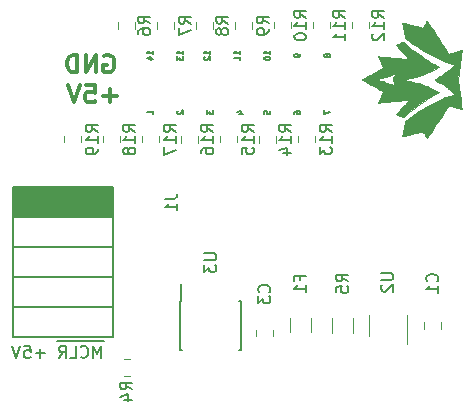
<source format=gbo>
G04 #@! TF.GenerationSoftware,KiCad,Pcbnew,(5.1.9)-1*
G04 #@! TF.CreationDate,2021-04-06T12:11:00-06:00*
G04 #@! TF.ProjectId,fill_sensing,66696c6c-5f73-4656-9e73-696e672e6b69,rev?*
G04 #@! TF.SameCoordinates,Original*
G04 #@! TF.FileFunction,Legend,Bot*
G04 #@! TF.FilePolarity,Positive*
%FSLAX46Y46*%
G04 Gerber Fmt 4.6, Leading zero omitted, Abs format (unit mm)*
G04 Created by KiCad (PCBNEW (5.1.9)-1) date 2021-04-06 12:11:00*
%MOMM*%
%LPD*%
G01*
G04 APERTURE LIST*
%ADD10C,0.127000*%
%ADD11C,0.300000*%
%ADD12C,0.177800*%
%ADD13C,0.120000*%
%ADD14C,0.150000*%
%ADD15C,0.010000*%
G04 APERTURE END LIST*
D10*
X115799809Y-74579238D02*
X115799809Y-74288952D01*
X115799809Y-74434095D02*
X115291809Y-74434095D01*
X115364380Y-74385714D01*
X115412761Y-74337333D01*
X115436952Y-74288952D01*
X115291809Y-74748571D02*
X115291809Y-75063047D01*
X115485333Y-74893714D01*
X115485333Y-74966285D01*
X115509523Y-75014666D01*
X115533714Y-75038857D01*
X115582095Y-75063047D01*
X115703047Y-75063047D01*
X115751428Y-75038857D01*
X115775619Y-75014666D01*
X115799809Y-74966285D01*
X115799809Y-74821142D01*
X115775619Y-74772761D01*
X115751428Y-74748571D01*
X118085809Y-74579238D02*
X118085809Y-74288952D01*
X118085809Y-74434095D02*
X117577809Y-74434095D01*
X117650380Y-74385714D01*
X117698761Y-74337333D01*
X117722952Y-74288952D01*
X117626190Y-74772761D02*
X117602000Y-74796952D01*
X117577809Y-74845333D01*
X117577809Y-74966285D01*
X117602000Y-75014666D01*
X117626190Y-75038857D01*
X117674571Y-75063047D01*
X117722952Y-75063047D01*
X117795523Y-75038857D01*
X118085809Y-74748571D01*
X118085809Y-75063047D01*
X120625809Y-74579238D02*
X120625809Y-74288952D01*
X120625809Y-74434095D02*
X120117809Y-74434095D01*
X120190380Y-74385714D01*
X120238761Y-74337333D01*
X120262952Y-74288952D01*
X120625809Y-75063047D02*
X120625809Y-74772761D01*
X120625809Y-74917904D02*
X120117809Y-74917904D01*
X120190380Y-74869523D01*
X120238761Y-74821142D01*
X120262952Y-74772761D01*
X123165809Y-74579238D02*
X123165809Y-74288952D01*
X123165809Y-74434095D02*
X122657809Y-74434095D01*
X122730380Y-74385714D01*
X122778761Y-74337333D01*
X122802952Y-74288952D01*
X122657809Y-74893714D02*
X122657809Y-74942095D01*
X122682000Y-74990476D01*
X122706190Y-75014666D01*
X122754571Y-75038857D01*
X122851333Y-75063047D01*
X122972285Y-75063047D01*
X123069047Y-75038857D01*
X123117428Y-75014666D01*
X123141619Y-74990476D01*
X123165809Y-74942095D01*
X123165809Y-74893714D01*
X123141619Y-74845333D01*
X123117428Y-74821142D01*
X123069047Y-74796952D01*
X122972285Y-74772761D01*
X122851333Y-74772761D01*
X122754571Y-74796952D01*
X122706190Y-74821142D01*
X122682000Y-74845333D01*
X122657809Y-74893714D01*
X125705809Y-74579238D02*
X125705809Y-74676000D01*
X125681619Y-74724380D01*
X125657428Y-74748571D01*
X125584857Y-74796952D01*
X125488095Y-74821142D01*
X125294571Y-74821142D01*
X125246190Y-74796952D01*
X125222000Y-74772761D01*
X125197809Y-74724380D01*
X125197809Y-74627619D01*
X125222000Y-74579238D01*
X125246190Y-74555047D01*
X125294571Y-74530857D01*
X125415523Y-74530857D01*
X125463904Y-74555047D01*
X125488095Y-74579238D01*
X125512285Y-74627619D01*
X125512285Y-74724380D01*
X125488095Y-74772761D01*
X125463904Y-74796952D01*
X125415523Y-74821142D01*
X127955523Y-74627619D02*
X127931333Y-74579238D01*
X127907142Y-74555047D01*
X127858761Y-74530857D01*
X127834571Y-74530857D01*
X127786190Y-74555047D01*
X127762000Y-74579238D01*
X127737809Y-74627619D01*
X127737809Y-74724380D01*
X127762000Y-74772761D01*
X127786190Y-74796952D01*
X127834571Y-74821142D01*
X127858761Y-74821142D01*
X127907142Y-74796952D01*
X127931333Y-74772761D01*
X127955523Y-74724380D01*
X127955523Y-74627619D01*
X127979714Y-74579238D01*
X128003904Y-74555047D01*
X128052285Y-74530857D01*
X128149047Y-74530857D01*
X128197428Y-74555047D01*
X128221619Y-74579238D01*
X128245809Y-74627619D01*
X128245809Y-74724380D01*
X128221619Y-74772761D01*
X128197428Y-74796952D01*
X128149047Y-74821142D01*
X128052285Y-74821142D01*
X128003904Y-74796952D01*
X127979714Y-74772761D01*
X127955523Y-74724380D01*
X127737809Y-79332666D02*
X127737809Y-79671333D01*
X128245809Y-79453619D01*
X125197809Y-79598761D02*
X125197809Y-79502000D01*
X125222000Y-79453619D01*
X125246190Y-79429428D01*
X125318761Y-79381047D01*
X125415523Y-79356857D01*
X125609047Y-79356857D01*
X125657428Y-79381047D01*
X125681619Y-79405238D01*
X125705809Y-79453619D01*
X125705809Y-79550380D01*
X125681619Y-79598761D01*
X125657428Y-79622952D01*
X125609047Y-79647142D01*
X125488095Y-79647142D01*
X125439714Y-79622952D01*
X125415523Y-79598761D01*
X125391333Y-79550380D01*
X125391333Y-79453619D01*
X125415523Y-79405238D01*
X125439714Y-79381047D01*
X125488095Y-79356857D01*
X122657809Y-79622952D02*
X122657809Y-79381047D01*
X122899714Y-79356857D01*
X122875523Y-79381047D01*
X122851333Y-79429428D01*
X122851333Y-79550380D01*
X122875523Y-79598761D01*
X122899714Y-79622952D01*
X122948095Y-79647142D01*
X123069047Y-79647142D01*
X123117428Y-79622952D01*
X123141619Y-79598761D01*
X123165809Y-79550380D01*
X123165809Y-79429428D01*
X123141619Y-79381047D01*
X123117428Y-79356857D01*
X120541142Y-79598761D02*
X120879809Y-79598761D01*
X120347619Y-79477809D02*
X120710476Y-79356857D01*
X120710476Y-79671333D01*
X117831809Y-79332666D02*
X117831809Y-79647142D01*
X118025333Y-79477809D01*
X118025333Y-79550380D01*
X118049523Y-79598761D01*
X118073714Y-79622952D01*
X118122095Y-79647142D01*
X118243047Y-79647142D01*
X118291428Y-79622952D01*
X118315619Y-79598761D01*
X118339809Y-79550380D01*
X118339809Y-79405238D01*
X118315619Y-79356857D01*
X118291428Y-79332666D01*
X115340190Y-79356857D02*
X115316000Y-79381047D01*
X115291809Y-79429428D01*
X115291809Y-79550380D01*
X115316000Y-79598761D01*
X115340190Y-79622952D01*
X115388571Y-79647142D01*
X115436952Y-79647142D01*
X115509523Y-79622952D01*
X115799809Y-79332666D01*
X115799809Y-79647142D01*
X113259809Y-79647142D02*
X113259809Y-79356857D01*
X113259809Y-79502000D02*
X112751809Y-79502000D01*
X112824380Y-79453619D01*
X112872761Y-79405238D01*
X112896952Y-79356857D01*
X113259809Y-74579238D02*
X113259809Y-74288952D01*
X113259809Y-74434095D02*
X112751809Y-74434095D01*
X112824380Y-74385714D01*
X112872761Y-74337333D01*
X112896952Y-74288952D01*
X112921142Y-75014666D02*
X113259809Y-75014666D01*
X112727619Y-74893714D02*
X113090476Y-74772761D01*
X113090476Y-75087238D01*
D11*
X110132571Y-78085142D02*
X108989714Y-78085142D01*
X109561142Y-78656571D02*
X109561142Y-77513714D01*
X107561142Y-77156571D02*
X108275428Y-77156571D01*
X108346857Y-77870857D01*
X108275428Y-77799428D01*
X108132571Y-77728000D01*
X107775428Y-77728000D01*
X107632571Y-77799428D01*
X107561142Y-77870857D01*
X107489714Y-78013714D01*
X107489714Y-78370857D01*
X107561142Y-78513714D01*
X107632571Y-78585142D01*
X107775428Y-78656571D01*
X108132571Y-78656571D01*
X108275428Y-78585142D01*
X108346857Y-78513714D01*
X107061142Y-77156571D02*
X106561142Y-78656571D01*
X106061142Y-77156571D01*
X109092857Y-74688000D02*
X109235714Y-74616571D01*
X109450000Y-74616571D01*
X109664285Y-74688000D01*
X109807142Y-74830857D01*
X109878571Y-74973714D01*
X109950000Y-75259428D01*
X109950000Y-75473714D01*
X109878571Y-75759428D01*
X109807142Y-75902285D01*
X109664285Y-76045142D01*
X109450000Y-76116571D01*
X109307142Y-76116571D01*
X109092857Y-76045142D01*
X109021428Y-75973714D01*
X109021428Y-75473714D01*
X109307142Y-75473714D01*
X108378571Y-76116571D02*
X108378571Y-74616571D01*
X107521428Y-76116571D01*
X107521428Y-74616571D01*
X106807142Y-76116571D02*
X106807142Y-74616571D01*
X106450000Y-74616571D01*
X106235714Y-74688000D01*
X106092857Y-74830857D01*
X106021428Y-74973714D01*
X105950000Y-75259428D01*
X105950000Y-75473714D01*
X106021428Y-75759428D01*
X106092857Y-75902285D01*
X106235714Y-76045142D01*
X106450000Y-76116571D01*
X106807142Y-76116571D01*
D12*
X109099047Y-98859340D02*
X107937904Y-98859340D01*
X108857142Y-100281619D02*
X108857142Y-99265619D01*
X108518476Y-99991333D01*
X108179809Y-99265619D01*
X108179809Y-100281619D01*
X107937904Y-98859340D02*
X106921904Y-98859340D01*
X107115428Y-100184857D02*
X107163809Y-100233238D01*
X107308952Y-100281619D01*
X107405714Y-100281619D01*
X107550857Y-100233238D01*
X107647619Y-100136476D01*
X107696000Y-100039714D01*
X107744380Y-99846190D01*
X107744380Y-99701047D01*
X107696000Y-99507523D01*
X107647619Y-99410761D01*
X107550857Y-99314000D01*
X107405714Y-99265619D01*
X107308952Y-99265619D01*
X107163809Y-99314000D01*
X107115428Y-99362380D01*
X106921904Y-98859340D02*
X106099428Y-98859340D01*
X106196190Y-100281619D02*
X106680000Y-100281619D01*
X106680000Y-99265619D01*
X106099428Y-98859340D02*
X105083428Y-98859340D01*
X105276952Y-100281619D02*
X105615619Y-99797809D01*
X105857523Y-100281619D02*
X105857523Y-99265619D01*
X105470476Y-99265619D01*
X105373714Y-99314000D01*
X105325333Y-99362380D01*
X105276952Y-99459142D01*
X105276952Y-99604285D01*
X105325333Y-99701047D01*
X105373714Y-99749428D01*
X105470476Y-99797809D01*
X105857523Y-99797809D01*
X104067428Y-99894571D02*
X103293333Y-99894571D01*
X103680380Y-100281619D02*
X103680380Y-99507523D01*
X102325714Y-99265619D02*
X102809523Y-99265619D01*
X102857904Y-99749428D01*
X102809523Y-99701047D01*
X102712761Y-99652666D01*
X102470857Y-99652666D01*
X102374095Y-99701047D01*
X102325714Y-99749428D01*
X102277333Y-99846190D01*
X102277333Y-100088095D01*
X102325714Y-100184857D01*
X102374095Y-100233238D01*
X102470857Y-100281619D01*
X102712761Y-100281619D01*
X102809523Y-100233238D01*
X102857904Y-100184857D01*
X101987047Y-99265619D02*
X101648380Y-100281619D01*
X101309714Y-99265619D01*
D13*
X136196000Y-97797252D02*
X136196000Y-97274748D01*
X137616000Y-97797252D02*
X137616000Y-97274748D01*
X123392000Y-98441252D02*
X123392000Y-97918748D01*
X121972000Y-98441252D02*
X121972000Y-97918748D01*
X110745748Y-100382000D02*
X111268252Y-100382000D01*
X110745748Y-101802000D02*
X111268252Y-101802000D01*
X111708000Y-71883748D02*
X111708000Y-72406252D01*
X110288000Y-71883748D02*
X110288000Y-72406252D01*
X113590000Y-71883748D02*
X113590000Y-72406252D01*
X115010000Y-71883748D02*
X115010000Y-72406252D01*
X118312000Y-71883748D02*
X118312000Y-72406252D01*
X116892000Y-71883748D02*
X116892000Y-72406252D01*
X120194000Y-71874748D02*
X120194000Y-72397252D01*
X121614000Y-71874748D02*
X121614000Y-72397252D01*
X124916000Y-71865748D02*
X124916000Y-72388252D01*
X123496000Y-71865748D02*
X123496000Y-72388252D01*
X126798000Y-71865748D02*
X126798000Y-72388252D01*
X128218000Y-71865748D02*
X128218000Y-72388252D01*
X131520000Y-71865748D02*
X131520000Y-72388252D01*
X130100000Y-71865748D02*
X130100000Y-72388252D01*
X125528000Y-82040252D02*
X125528000Y-81517748D01*
X126948000Y-82040252D02*
X126948000Y-81517748D01*
X123646000Y-82058252D02*
X123646000Y-81535748D01*
X122226000Y-82058252D02*
X122226000Y-81535748D01*
X118924000Y-82040252D02*
X118924000Y-81517748D01*
X120344000Y-82040252D02*
X120344000Y-81517748D01*
X117042000Y-82058252D02*
X117042000Y-81535748D01*
X115622000Y-82058252D02*
X115622000Y-81535748D01*
X112320000Y-82040252D02*
X112320000Y-81517748D01*
X113740000Y-82040252D02*
X113740000Y-81517748D01*
X110438000Y-82040252D02*
X110438000Y-81517748D01*
X109018000Y-82040252D02*
X109018000Y-81517748D01*
X105716000Y-82040252D02*
X105716000Y-81517748D01*
X107136000Y-82040252D02*
X107136000Y-81517748D01*
X126640000Y-96897436D02*
X126640000Y-98101564D01*
X124820000Y-96897436D02*
X124820000Y-98101564D01*
D14*
G36*
X101422200Y-85902800D02*
G01*
X101422200Y-88341200D01*
X109804200Y-88341200D01*
X109804200Y-85902800D01*
X101422200Y-85902800D01*
G37*
X101422200Y-85902800D02*
X101422200Y-88341200D01*
X109804200Y-88341200D01*
X109804200Y-85902800D01*
X101422200Y-85902800D01*
X109868000Y-88392000D02*
X101368000Y-88392000D01*
X109868000Y-93472000D02*
X101368000Y-93472000D01*
X109868000Y-90932000D02*
X101368000Y-90932000D01*
X109868000Y-96012000D02*
X101368000Y-96012000D01*
X109868000Y-98552000D02*
X101368000Y-98552000D01*
X109868000Y-85852000D02*
X101368000Y-85852000D01*
X101368000Y-85852000D02*
X101368000Y-98552000D01*
X109868000Y-85852000D02*
X109868000Y-98552000D01*
D13*
X130196000Y-96933936D02*
X130196000Y-98138064D01*
X128376000Y-96933936D02*
X128376000Y-98138064D01*
X134706000Y-96636000D02*
X134706000Y-99086000D01*
X131486000Y-98436000D02*
X131486000Y-96636000D01*
D14*
X115585000Y-95461000D02*
X115585000Y-94061000D01*
X120685000Y-95461000D02*
X120685000Y-99611000D01*
X115535000Y-95461000D02*
X115535000Y-99611000D01*
X120685000Y-95461000D02*
X120540000Y-95461000D01*
X120685000Y-99611000D02*
X120540000Y-99611000D01*
X115535000Y-99611000D02*
X115680000Y-99611000D01*
X115535000Y-95461000D02*
X115585000Y-95461000D01*
D15*
G36*
X134315939Y-71909393D02*
G01*
X134322799Y-71948066D01*
X134334060Y-72008704D01*
X134349210Y-72088638D01*
X134367742Y-72185198D01*
X134389144Y-72295717D01*
X134412909Y-72417524D01*
X134438526Y-72547951D01*
X134438967Y-72550188D01*
X134470947Y-72711354D01*
X134498363Y-72846950D01*
X134521630Y-72958792D01*
X134541159Y-73048695D01*
X134557365Y-73118478D01*
X134570660Y-73169956D01*
X134581457Y-73204947D01*
X134590169Y-73225265D01*
X134593608Y-73230204D01*
X134620453Y-73255147D01*
X134667311Y-73293452D01*
X134731132Y-73342893D01*
X134808866Y-73401247D01*
X134897463Y-73466288D01*
X134993874Y-73535792D01*
X135095048Y-73607533D01*
X135197937Y-73679288D01*
X135299490Y-73748830D01*
X135364467Y-73792546D01*
X135682668Y-73999083D01*
X136011552Y-74201437D01*
X136346858Y-74397308D01*
X136684325Y-74584397D01*
X137019694Y-74760403D01*
X137348703Y-74923026D01*
X137667092Y-75069968D01*
X137967233Y-75197563D01*
X138049260Y-75229732D01*
X138142875Y-75264699D01*
X138243236Y-75300821D01*
X138345498Y-75336460D01*
X138444817Y-75369973D01*
X138536352Y-75399720D01*
X138615258Y-75424060D01*
X138676691Y-75441352D01*
X138708744Y-75448777D01*
X138742030Y-75457293D01*
X138759689Y-75466240D01*
X138760548Y-75468153D01*
X138750468Y-75481508D01*
X138722284Y-75510144D01*
X138679081Y-75551291D01*
X138623946Y-75602176D01*
X138559962Y-75660031D01*
X138490216Y-75722084D01*
X138417793Y-75785564D01*
X138345778Y-75847702D01*
X138277256Y-75905727D01*
X138226079Y-75948098D01*
X138062280Y-76077862D01*
X137900245Y-76197359D01*
X137733624Y-76310834D01*
X137556069Y-76422535D01*
X137361229Y-76536707D01*
X137266942Y-76589623D01*
X137197513Y-76629026D01*
X137138332Y-76664331D01*
X137093010Y-76693240D01*
X137065158Y-76713455D01*
X137058175Y-76722518D01*
X137074292Y-76733052D01*
X137109695Y-76753685D01*
X137159112Y-76781410D01*
X137215672Y-76812356D01*
X137487432Y-76966177D01*
X137737619Y-77122493D01*
X137972450Y-77285420D01*
X138198139Y-77459074D01*
X138224713Y-77480674D01*
X138288421Y-77533561D01*
X138358080Y-77592768D01*
X138430611Y-77655533D01*
X138502936Y-77719090D01*
X138571977Y-77780678D01*
X138634657Y-77837532D01*
X138687896Y-77886889D01*
X138728618Y-77925984D01*
X138753743Y-77952055D01*
X138760548Y-77961765D01*
X138748361Y-77970257D01*
X138718137Y-77979219D01*
X138708744Y-77981141D01*
X138663851Y-77991971D01*
X138597800Y-78011097D01*
X138515434Y-78036879D01*
X138421597Y-78067676D01*
X138321133Y-78101847D01*
X138218886Y-78137751D01*
X138119697Y-78173746D01*
X138028412Y-78208193D01*
X137967233Y-78232355D01*
X137669402Y-78358984D01*
X137356521Y-78503317D01*
X137032883Y-78663035D01*
X136702779Y-78835823D01*
X136370501Y-79019365D01*
X136040342Y-79211344D01*
X135716592Y-79409444D01*
X135403543Y-79611349D01*
X135366501Y-79635990D01*
X135267644Y-79702755D01*
X135165388Y-79773222D01*
X135062778Y-79845169D01*
X134962859Y-79916376D01*
X134868678Y-79984624D01*
X134783278Y-80047690D01*
X134709707Y-80103356D01*
X134651008Y-80149400D01*
X134610228Y-80183603D01*
X134594158Y-80199106D01*
X134586221Y-80213812D01*
X134576132Y-80243581D01*
X134563504Y-80290113D01*
X134547953Y-80355103D01*
X134529094Y-80440248D01*
X134506541Y-80547247D01*
X134479909Y-80677795D01*
X134448813Y-80833590D01*
X134439816Y-80879122D01*
X134414127Y-81009732D01*
X134390273Y-81131767D01*
X134368763Y-81242562D01*
X134350110Y-81339447D01*
X134334824Y-81419755D01*
X134323415Y-81480818D01*
X134316395Y-81519970D01*
X134314274Y-81534541D01*
X134314286Y-81534563D01*
X134327686Y-81531741D01*
X134365291Y-81522714D01*
X134424342Y-81508183D01*
X134502077Y-81488847D01*
X134595738Y-81465407D01*
X134702563Y-81438564D01*
X134819794Y-81409017D01*
X134944668Y-81377466D01*
X135074427Y-81344613D01*
X135206310Y-81311157D01*
X135337557Y-81277798D01*
X135465407Y-81245237D01*
X135587102Y-81214174D01*
X135699880Y-81185310D01*
X135800981Y-81159344D01*
X135887645Y-81136976D01*
X135957113Y-81118908D01*
X136006623Y-81105839D01*
X136033416Y-81098469D01*
X136034481Y-81098151D01*
X136045082Y-81101530D01*
X136061195Y-81118135D01*
X136084232Y-81150117D01*
X136115607Y-81199630D01*
X136156732Y-81268826D01*
X136209021Y-81359858D01*
X136226633Y-81390930D01*
X136273680Y-81473389D01*
X136316570Y-81547168D01*
X136353331Y-81608988D01*
X136381994Y-81655572D01*
X136400588Y-81683641D01*
X136406799Y-81690575D01*
X136415622Y-81679149D01*
X136438694Y-81645818D01*
X136475075Y-81592005D01*
X136523826Y-81519133D01*
X136584007Y-81428623D01*
X136654680Y-81321899D01*
X136734904Y-81200383D01*
X136823740Y-81065497D01*
X136920249Y-80918663D01*
X137023492Y-80761305D01*
X137132528Y-80594845D01*
X137246419Y-80420704D01*
X137335030Y-80285038D01*
X137452004Y-80106018D01*
X137564882Y-79933600D01*
X137672720Y-79769210D01*
X137774575Y-79614271D01*
X137869504Y-79470205D01*
X137956564Y-79338436D01*
X138034813Y-79220387D01*
X138103307Y-79117481D01*
X138161102Y-79031143D01*
X138207257Y-78962795D01*
X138240828Y-78913860D01*
X138260872Y-78885762D01*
X138266466Y-78879218D01*
X138282370Y-78883233D01*
X138321896Y-78894810D01*
X138382145Y-78913054D01*
X138460218Y-78937073D01*
X138553218Y-78965973D01*
X138658245Y-78998860D01*
X138772400Y-79034841D01*
X138813334Y-79047797D01*
X138929683Y-79084373D01*
X139037715Y-79117781D01*
X139134568Y-79147176D01*
X139217382Y-79171716D01*
X139283297Y-79190557D01*
X139329452Y-79202856D01*
X139352987Y-79207770D01*
X139355362Y-79207579D01*
X139355074Y-79192731D01*
X139351633Y-79152222D01*
X139345262Y-79088023D01*
X139336180Y-79002104D01*
X139324609Y-78896433D01*
X139310769Y-78772982D01*
X139294882Y-78633721D01*
X139277167Y-78480618D01*
X139257847Y-78315645D01*
X139237142Y-78140771D01*
X139215273Y-77957966D01*
X139215124Y-77956729D01*
X139065808Y-76714959D01*
X139212411Y-75498636D01*
X139234254Y-75317041D01*
X139255114Y-75142917D01*
X139274748Y-74978308D01*
X139292919Y-74825255D01*
X139309387Y-74685803D01*
X139323911Y-74561994D01*
X139336251Y-74455870D01*
X139346169Y-74369476D01*
X139353423Y-74304854D01*
X139357775Y-74264047D01*
X139359014Y-74249512D01*
X139354837Y-74224314D01*
X139347463Y-74216712D01*
X139332076Y-74220788D01*
X139293068Y-74232416D01*
X139233338Y-74250696D01*
X139155788Y-74274727D01*
X139063316Y-74303611D01*
X138958824Y-74336446D01*
X138845210Y-74372334D01*
X138809261Y-74383726D01*
X138693287Y-74420385D01*
X138585408Y-74454257D01*
X138488546Y-74484441D01*
X138405627Y-74510035D01*
X138339575Y-74530139D01*
X138293316Y-74543851D01*
X138269773Y-74550270D01*
X138267579Y-74550639D01*
X138258202Y-74539197D01*
X138234590Y-74505846D01*
X138197688Y-74452007D01*
X138148439Y-74379106D01*
X138087787Y-74288565D01*
X138016679Y-74181806D01*
X137936056Y-74060253D01*
X137846865Y-73925329D01*
X137750049Y-73778457D01*
X137646552Y-73621060D01*
X137537319Y-73454562D01*
X137423295Y-73280384D01*
X137334790Y-73144941D01*
X137217835Y-72965949D01*
X137105031Y-72793562D01*
X136997315Y-72629203D01*
X136895627Y-72474295D01*
X136800907Y-72330259D01*
X136714094Y-72198517D01*
X136636127Y-72080492D01*
X136567944Y-71977606D01*
X136510487Y-71891282D01*
X136464692Y-71822941D01*
X136431501Y-71774006D01*
X136411852Y-71745899D01*
X136406559Y-71739343D01*
X136397112Y-71750951D01*
X136376074Y-71783593D01*
X136345414Y-71833989D01*
X136307099Y-71898863D01*
X136263097Y-71974936D01*
X136226633Y-72038988D01*
X136170812Y-72136815D01*
X136126567Y-72212177D01*
X136092486Y-72267226D01*
X136067155Y-72304114D01*
X136049163Y-72324994D01*
X136037095Y-72332020D01*
X136034481Y-72331767D01*
X136009447Y-72324832D01*
X135961491Y-72312147D01*
X135893374Y-72294413D01*
X135807855Y-72272330D01*
X135707697Y-72246598D01*
X135595658Y-72217918D01*
X135474500Y-72186989D01*
X135346983Y-72154512D01*
X135215868Y-72121186D01*
X135083914Y-72087713D01*
X134953882Y-72054792D01*
X134828534Y-72023124D01*
X134710628Y-71993409D01*
X134602926Y-71966346D01*
X134508188Y-71942637D01*
X134429175Y-71922981D01*
X134368647Y-71908079D01*
X134329364Y-71898630D01*
X134314087Y-71895335D01*
X134313987Y-71895354D01*
X134315939Y-71909393D01*
G37*
X134315939Y-71909393D02*
X134322799Y-71948066D01*
X134334060Y-72008704D01*
X134349210Y-72088638D01*
X134367742Y-72185198D01*
X134389144Y-72295717D01*
X134412909Y-72417524D01*
X134438526Y-72547951D01*
X134438967Y-72550188D01*
X134470947Y-72711354D01*
X134498363Y-72846950D01*
X134521630Y-72958792D01*
X134541159Y-73048695D01*
X134557365Y-73118478D01*
X134570660Y-73169956D01*
X134581457Y-73204947D01*
X134590169Y-73225265D01*
X134593608Y-73230204D01*
X134620453Y-73255147D01*
X134667311Y-73293452D01*
X134731132Y-73342893D01*
X134808866Y-73401247D01*
X134897463Y-73466288D01*
X134993874Y-73535792D01*
X135095048Y-73607533D01*
X135197937Y-73679288D01*
X135299490Y-73748830D01*
X135364467Y-73792546D01*
X135682668Y-73999083D01*
X136011552Y-74201437D01*
X136346858Y-74397308D01*
X136684325Y-74584397D01*
X137019694Y-74760403D01*
X137348703Y-74923026D01*
X137667092Y-75069968D01*
X137967233Y-75197563D01*
X138049260Y-75229732D01*
X138142875Y-75264699D01*
X138243236Y-75300821D01*
X138345498Y-75336460D01*
X138444817Y-75369973D01*
X138536352Y-75399720D01*
X138615258Y-75424060D01*
X138676691Y-75441352D01*
X138708744Y-75448777D01*
X138742030Y-75457293D01*
X138759689Y-75466240D01*
X138760548Y-75468153D01*
X138750468Y-75481508D01*
X138722284Y-75510144D01*
X138679081Y-75551291D01*
X138623946Y-75602176D01*
X138559962Y-75660031D01*
X138490216Y-75722084D01*
X138417793Y-75785564D01*
X138345778Y-75847702D01*
X138277256Y-75905727D01*
X138226079Y-75948098D01*
X138062280Y-76077862D01*
X137900245Y-76197359D01*
X137733624Y-76310834D01*
X137556069Y-76422535D01*
X137361229Y-76536707D01*
X137266942Y-76589623D01*
X137197513Y-76629026D01*
X137138332Y-76664331D01*
X137093010Y-76693240D01*
X137065158Y-76713455D01*
X137058175Y-76722518D01*
X137074292Y-76733052D01*
X137109695Y-76753685D01*
X137159112Y-76781410D01*
X137215672Y-76812356D01*
X137487432Y-76966177D01*
X137737619Y-77122493D01*
X137972450Y-77285420D01*
X138198139Y-77459074D01*
X138224713Y-77480674D01*
X138288421Y-77533561D01*
X138358080Y-77592768D01*
X138430611Y-77655533D01*
X138502936Y-77719090D01*
X138571977Y-77780678D01*
X138634657Y-77837532D01*
X138687896Y-77886889D01*
X138728618Y-77925984D01*
X138753743Y-77952055D01*
X138760548Y-77961765D01*
X138748361Y-77970257D01*
X138718137Y-77979219D01*
X138708744Y-77981141D01*
X138663851Y-77991971D01*
X138597800Y-78011097D01*
X138515434Y-78036879D01*
X138421597Y-78067676D01*
X138321133Y-78101847D01*
X138218886Y-78137751D01*
X138119697Y-78173746D01*
X138028412Y-78208193D01*
X137967233Y-78232355D01*
X137669402Y-78358984D01*
X137356521Y-78503317D01*
X137032883Y-78663035D01*
X136702779Y-78835823D01*
X136370501Y-79019365D01*
X136040342Y-79211344D01*
X135716592Y-79409444D01*
X135403543Y-79611349D01*
X135366501Y-79635990D01*
X135267644Y-79702755D01*
X135165388Y-79773222D01*
X135062778Y-79845169D01*
X134962859Y-79916376D01*
X134868678Y-79984624D01*
X134783278Y-80047690D01*
X134709707Y-80103356D01*
X134651008Y-80149400D01*
X134610228Y-80183603D01*
X134594158Y-80199106D01*
X134586221Y-80213812D01*
X134576132Y-80243581D01*
X134563504Y-80290113D01*
X134547953Y-80355103D01*
X134529094Y-80440248D01*
X134506541Y-80547247D01*
X134479909Y-80677795D01*
X134448813Y-80833590D01*
X134439816Y-80879122D01*
X134414127Y-81009732D01*
X134390273Y-81131767D01*
X134368763Y-81242562D01*
X134350110Y-81339447D01*
X134334824Y-81419755D01*
X134323415Y-81480818D01*
X134316395Y-81519970D01*
X134314274Y-81534541D01*
X134314286Y-81534563D01*
X134327686Y-81531741D01*
X134365291Y-81522714D01*
X134424342Y-81508183D01*
X134502077Y-81488847D01*
X134595738Y-81465407D01*
X134702563Y-81438564D01*
X134819794Y-81409017D01*
X134944668Y-81377466D01*
X135074427Y-81344613D01*
X135206310Y-81311157D01*
X135337557Y-81277798D01*
X135465407Y-81245237D01*
X135587102Y-81214174D01*
X135699880Y-81185310D01*
X135800981Y-81159344D01*
X135887645Y-81136976D01*
X135957113Y-81118908D01*
X136006623Y-81105839D01*
X136033416Y-81098469D01*
X136034481Y-81098151D01*
X136045082Y-81101530D01*
X136061195Y-81118135D01*
X136084232Y-81150117D01*
X136115607Y-81199630D01*
X136156732Y-81268826D01*
X136209021Y-81359858D01*
X136226633Y-81390930D01*
X136273680Y-81473389D01*
X136316570Y-81547168D01*
X136353331Y-81608988D01*
X136381994Y-81655572D01*
X136400588Y-81683641D01*
X136406799Y-81690575D01*
X136415622Y-81679149D01*
X136438694Y-81645818D01*
X136475075Y-81592005D01*
X136523826Y-81519133D01*
X136584007Y-81428623D01*
X136654680Y-81321899D01*
X136734904Y-81200383D01*
X136823740Y-81065497D01*
X136920249Y-80918663D01*
X137023492Y-80761305D01*
X137132528Y-80594845D01*
X137246419Y-80420704D01*
X137335030Y-80285038D01*
X137452004Y-80106018D01*
X137564882Y-79933600D01*
X137672720Y-79769210D01*
X137774575Y-79614271D01*
X137869504Y-79470205D01*
X137956564Y-79338436D01*
X138034813Y-79220387D01*
X138103307Y-79117481D01*
X138161102Y-79031143D01*
X138207257Y-78962795D01*
X138240828Y-78913860D01*
X138260872Y-78885762D01*
X138266466Y-78879218D01*
X138282370Y-78883233D01*
X138321896Y-78894810D01*
X138382145Y-78913054D01*
X138460218Y-78937073D01*
X138553218Y-78965973D01*
X138658245Y-78998860D01*
X138772400Y-79034841D01*
X138813334Y-79047797D01*
X138929683Y-79084373D01*
X139037715Y-79117781D01*
X139134568Y-79147176D01*
X139217382Y-79171716D01*
X139283297Y-79190557D01*
X139329452Y-79202856D01*
X139352987Y-79207770D01*
X139355362Y-79207579D01*
X139355074Y-79192731D01*
X139351633Y-79152222D01*
X139345262Y-79088023D01*
X139336180Y-79002104D01*
X139324609Y-78896433D01*
X139310769Y-78772982D01*
X139294882Y-78633721D01*
X139277167Y-78480618D01*
X139257847Y-78315645D01*
X139237142Y-78140771D01*
X139215273Y-77957966D01*
X139215124Y-77956729D01*
X139065808Y-76714959D01*
X139212411Y-75498636D01*
X139234254Y-75317041D01*
X139255114Y-75142917D01*
X139274748Y-74978308D01*
X139292919Y-74825255D01*
X139309387Y-74685803D01*
X139323911Y-74561994D01*
X139336251Y-74455870D01*
X139346169Y-74369476D01*
X139353423Y-74304854D01*
X139357775Y-74264047D01*
X139359014Y-74249512D01*
X139354837Y-74224314D01*
X139347463Y-74216712D01*
X139332076Y-74220788D01*
X139293068Y-74232416D01*
X139233338Y-74250696D01*
X139155788Y-74274727D01*
X139063316Y-74303611D01*
X138958824Y-74336446D01*
X138845210Y-74372334D01*
X138809261Y-74383726D01*
X138693287Y-74420385D01*
X138585408Y-74454257D01*
X138488546Y-74484441D01*
X138405627Y-74510035D01*
X138339575Y-74530139D01*
X138293316Y-74543851D01*
X138269773Y-74550270D01*
X138267579Y-74550639D01*
X138258202Y-74539197D01*
X138234590Y-74505846D01*
X138197688Y-74452007D01*
X138148439Y-74379106D01*
X138087787Y-74288565D01*
X138016679Y-74181806D01*
X137936056Y-74060253D01*
X137846865Y-73925329D01*
X137750049Y-73778457D01*
X137646552Y-73621060D01*
X137537319Y-73454562D01*
X137423295Y-73280384D01*
X137334790Y-73144941D01*
X137217835Y-72965949D01*
X137105031Y-72793562D01*
X136997315Y-72629203D01*
X136895627Y-72474295D01*
X136800907Y-72330259D01*
X136714094Y-72198517D01*
X136636127Y-72080492D01*
X136567944Y-71977606D01*
X136510487Y-71891282D01*
X136464692Y-71822941D01*
X136431501Y-71774006D01*
X136411852Y-71745899D01*
X136406559Y-71739343D01*
X136397112Y-71750951D01*
X136376074Y-71783593D01*
X136345414Y-71833989D01*
X136307099Y-71898863D01*
X136263097Y-71974936D01*
X136226633Y-72038988D01*
X136170812Y-72136815D01*
X136126567Y-72212177D01*
X136092486Y-72267226D01*
X136067155Y-72304114D01*
X136049163Y-72324994D01*
X136037095Y-72332020D01*
X136034481Y-72331767D01*
X136009447Y-72324832D01*
X135961491Y-72312147D01*
X135893374Y-72294413D01*
X135807855Y-72272330D01*
X135707697Y-72246598D01*
X135595658Y-72217918D01*
X135474500Y-72186989D01*
X135346983Y-72154512D01*
X135215868Y-72121186D01*
X135083914Y-72087713D01*
X134953882Y-72054792D01*
X134828534Y-72023124D01*
X134710628Y-71993409D01*
X134602926Y-71966346D01*
X134508188Y-71942637D01*
X134429175Y-71922981D01*
X134368647Y-71908079D01*
X134329364Y-71898630D01*
X134314087Y-71895335D01*
X134313987Y-71895354D01*
X134315939Y-71909393D01*
G36*
X130923810Y-76723828D02*
G01*
X130958138Y-76745031D01*
X131012988Y-76777466D01*
X131086430Y-76820034D01*
X131176537Y-76871634D01*
X131281380Y-76931166D01*
X131399029Y-76997530D01*
X131527556Y-77069626D01*
X131665033Y-77146352D01*
X131784787Y-77212894D01*
X131928733Y-77292738D01*
X132065789Y-77368795D01*
X132193976Y-77439965D01*
X132311311Y-77505147D01*
X132415816Y-77563238D01*
X132505509Y-77613138D01*
X132578410Y-77653745D01*
X132632539Y-77683959D01*
X132665916Y-77702678D01*
X132676394Y-77708667D01*
X132679201Y-77717114D01*
X132675900Y-77736819D01*
X132665702Y-77769826D01*
X132647817Y-77818180D01*
X132621456Y-77883923D01*
X132585831Y-77969102D01*
X132540152Y-78075760D01*
X132490770Y-78189565D01*
X132444519Y-78296458D01*
X132402396Y-78395265D01*
X132365580Y-78483109D01*
X132335250Y-78557113D01*
X132312585Y-78614398D01*
X132298763Y-78652086D01*
X132294964Y-78667301D01*
X132295034Y-78667399D01*
X132309846Y-78667360D01*
X132350416Y-78664790D01*
X132414798Y-78659859D01*
X132501044Y-78652742D01*
X132607209Y-78643610D01*
X132731346Y-78632635D01*
X132871509Y-78619990D01*
X133025751Y-78605848D01*
X133192127Y-78590380D01*
X133368690Y-78573760D01*
X133553493Y-78556159D01*
X133584226Y-78553212D01*
X133770115Y-78535441D01*
X133948027Y-78518564D01*
X134116020Y-78502758D01*
X134272154Y-78488198D01*
X134414488Y-78475063D01*
X134541082Y-78463528D01*
X134649995Y-78453769D01*
X134739285Y-78445965D01*
X134807013Y-78440291D01*
X134851238Y-78436923D01*
X134870019Y-78436040D01*
X134870538Y-78436145D01*
X134862621Y-78447303D01*
X134837773Y-78477375D01*
X134797605Y-78524513D01*
X134743726Y-78586867D01*
X134677745Y-78662591D01*
X134601272Y-78749835D01*
X134515918Y-78846751D01*
X134423291Y-78951490D01*
X134341079Y-79044122D01*
X134243387Y-79154216D01*
X134151446Y-79258199D01*
X134066890Y-79354200D01*
X133991352Y-79440348D01*
X133926465Y-79514769D01*
X133873861Y-79575594D01*
X133835174Y-79620949D01*
X133812035Y-79648964D01*
X133805809Y-79657706D01*
X133808925Y-79661955D01*
X133819816Y-79668484D01*
X133840795Y-79678198D01*
X133874177Y-79692002D01*
X133922276Y-79710801D01*
X133987404Y-79735501D01*
X134071877Y-79767006D01*
X134178007Y-79806222D01*
X134301166Y-79851506D01*
X134413784Y-79892853D01*
X134550604Y-79774252D01*
X134731611Y-79621232D01*
X134929790Y-79460733D01*
X135141920Y-79295007D01*
X135364782Y-79126306D01*
X135595156Y-78956879D01*
X135829821Y-78788979D01*
X136065558Y-78624857D01*
X136299146Y-78466764D01*
X136527366Y-78316952D01*
X136746997Y-78177672D01*
X136954819Y-78051174D01*
X137147613Y-77939711D01*
X137270873Y-77872384D01*
X137413245Y-77796801D01*
X137346515Y-77750889D01*
X137209790Y-77663367D01*
X137050444Y-77572677D01*
X136873174Y-77480999D01*
X136682674Y-77390514D01*
X136483642Y-77303404D01*
X136280774Y-77221849D01*
X136078765Y-77148031D01*
X135970028Y-77111615D01*
X135755960Y-77045949D01*
X135520794Y-76980222D01*
X135271211Y-76916089D01*
X135013896Y-76855209D01*
X134755531Y-76799237D01*
X134534394Y-76755692D01*
X134323527Y-76716258D01*
X134680531Y-76644607D01*
X135052304Y-76565426D01*
X135398580Y-76482014D01*
X135721476Y-76393620D01*
X136023112Y-76299494D01*
X136305606Y-76198885D01*
X136571077Y-76091043D01*
X136821644Y-75975218D01*
X137059427Y-75850660D01*
X137267377Y-75728537D01*
X137320208Y-75695287D01*
X137363711Y-75666863D01*
X137392711Y-75646714D01*
X137401978Y-75638892D01*
X137393278Y-75628561D01*
X137364679Y-75609331D01*
X137321318Y-75584473D01*
X137293697Y-75569925D01*
X137142968Y-75489030D01*
X136974122Y-75391782D01*
X136789990Y-75280158D01*
X136593403Y-75156132D01*
X136387194Y-75021681D01*
X136174193Y-74878781D01*
X135957232Y-74729408D01*
X135739144Y-74575538D01*
X135522758Y-74419147D01*
X135310908Y-74262211D01*
X135106425Y-74106706D01*
X134912139Y-73954608D01*
X134730884Y-73807893D01*
X134565489Y-73668537D01*
X134550604Y-73655666D01*
X134413784Y-73537065D01*
X134301166Y-73578412D01*
X134172271Y-73625808D01*
X134067236Y-73664631D01*
X133983748Y-73695783D01*
X133919495Y-73720169D01*
X133872164Y-73738693D01*
X133839443Y-73752259D01*
X133819020Y-73761771D01*
X133808582Y-73768133D01*
X133805809Y-73772064D01*
X133814801Y-73784244D01*
X133840689Y-73815327D01*
X133881841Y-73863439D01*
X133936626Y-73926710D01*
X134003411Y-74003267D01*
X134080565Y-74091239D01*
X134166455Y-74188755D01*
X134259451Y-74293942D01*
X134340924Y-74385802D01*
X134438381Y-74495727D01*
X134529924Y-74599373D01*
X134613945Y-74694892D01*
X134688835Y-74780436D01*
X134752983Y-74854156D01*
X134804780Y-74914204D01*
X134842618Y-74958732D01*
X134864887Y-74985890D01*
X134870383Y-74993928D01*
X134856018Y-74993449D01*
X134815887Y-74990459D01*
X134751932Y-74985133D01*
X134666093Y-74977650D01*
X134560309Y-74968186D01*
X134436522Y-74956917D01*
X134296672Y-74944021D01*
X134142699Y-74929675D01*
X133976543Y-74914054D01*
X133800146Y-74897337D01*
X133777517Y-74895177D01*
X133777517Y-76209239D01*
X133779002Y-76214325D01*
X133763940Y-76234776D01*
X133735527Y-76266335D01*
X133731611Y-76270419D01*
X133690626Y-76319655D01*
X133648615Y-76380836D01*
X133616857Y-76436603D01*
X133569687Y-76560824D01*
X133549548Y-76686922D01*
X133556020Y-76812146D01*
X133588685Y-76933743D01*
X133647125Y-77048961D01*
X133725106Y-77148904D01*
X133756838Y-77184523D01*
X133776248Y-77209807D01*
X133780247Y-77220583D01*
X133777973Y-77220361D01*
X133761234Y-77214993D01*
X133720302Y-77202093D01*
X133657562Y-77182407D01*
X133575396Y-77156681D01*
X133476191Y-77125659D01*
X133362328Y-77090088D01*
X133236193Y-77050713D01*
X133100169Y-77008280D01*
X132963781Y-76965759D01*
X132821200Y-76921294D01*
X132686742Y-76879315D01*
X132562722Y-76840546D01*
X132451456Y-76805713D01*
X132355256Y-76775542D01*
X132276438Y-76750760D01*
X132217316Y-76732091D01*
X132180205Y-76720262D01*
X132167424Y-76716008D01*
X132179775Y-76711539D01*
X132216420Y-76699530D01*
X132275072Y-76680703D01*
X132353444Y-76655782D01*
X132449248Y-76625489D01*
X132560199Y-76590548D01*
X132684009Y-76551682D01*
X132818391Y-76509614D01*
X132960739Y-76465166D01*
X133104217Y-76420402D01*
X133240064Y-76377981D01*
X133365901Y-76338647D01*
X133479353Y-76303146D01*
X133578042Y-76272223D01*
X133659590Y-76246622D01*
X133721621Y-76227087D01*
X133761757Y-76214365D01*
X133777517Y-76209239D01*
X133777517Y-74895177D01*
X133615447Y-74879700D01*
X133584226Y-74876706D01*
X133398262Y-74858963D01*
X133220220Y-74842175D01*
X133052045Y-74826514D01*
X132895685Y-74812152D01*
X132753086Y-74799262D01*
X132626195Y-74788016D01*
X132516958Y-74778586D01*
X132427322Y-74771144D01*
X132359233Y-74765862D01*
X132314639Y-74762913D01*
X132295484Y-74762469D01*
X132294907Y-74762646D01*
X132298256Y-74776971D01*
X132311663Y-74813875D01*
X132333948Y-74870472D01*
X132363932Y-74943875D01*
X132400435Y-75031197D01*
X132442277Y-75129550D01*
X132488278Y-75236048D01*
X132489236Y-75238249D01*
X132535540Y-75344771D01*
X132578138Y-75443011D01*
X132615797Y-75530105D01*
X132647284Y-75603192D01*
X132671366Y-75659410D01*
X132686809Y-75695897D01*
X132692382Y-75709790D01*
X132692384Y-75709818D01*
X132680521Y-75717169D01*
X132646206Y-75736919D01*
X132591344Y-75768004D01*
X132517843Y-75809354D01*
X132427612Y-75859904D01*
X132322557Y-75918586D01*
X132204586Y-75984333D01*
X132075607Y-76056079D01*
X131937526Y-76132755D01*
X131802132Y-76207822D01*
X131657212Y-76288297D01*
X131519622Y-76365063D01*
X131391271Y-76437032D01*
X131274072Y-76503116D01*
X131169933Y-76562226D01*
X131080764Y-76613275D01*
X131008476Y-76655174D01*
X130954978Y-76686835D01*
X130922182Y-76707169D01*
X130911933Y-76714959D01*
X130923810Y-76723828D01*
G37*
X130923810Y-76723828D02*
X130958138Y-76745031D01*
X131012988Y-76777466D01*
X131086430Y-76820034D01*
X131176537Y-76871634D01*
X131281380Y-76931166D01*
X131399029Y-76997530D01*
X131527556Y-77069626D01*
X131665033Y-77146352D01*
X131784787Y-77212894D01*
X131928733Y-77292738D01*
X132065789Y-77368795D01*
X132193976Y-77439965D01*
X132311311Y-77505147D01*
X132415816Y-77563238D01*
X132505509Y-77613138D01*
X132578410Y-77653745D01*
X132632539Y-77683959D01*
X132665916Y-77702678D01*
X132676394Y-77708667D01*
X132679201Y-77717114D01*
X132675900Y-77736819D01*
X132665702Y-77769826D01*
X132647817Y-77818180D01*
X132621456Y-77883923D01*
X132585831Y-77969102D01*
X132540152Y-78075760D01*
X132490770Y-78189565D01*
X132444519Y-78296458D01*
X132402396Y-78395265D01*
X132365580Y-78483109D01*
X132335250Y-78557113D01*
X132312585Y-78614398D01*
X132298763Y-78652086D01*
X132294964Y-78667301D01*
X132295034Y-78667399D01*
X132309846Y-78667360D01*
X132350416Y-78664790D01*
X132414798Y-78659859D01*
X132501044Y-78652742D01*
X132607209Y-78643610D01*
X132731346Y-78632635D01*
X132871509Y-78619990D01*
X133025751Y-78605848D01*
X133192127Y-78590380D01*
X133368690Y-78573760D01*
X133553493Y-78556159D01*
X133584226Y-78553212D01*
X133770115Y-78535441D01*
X133948027Y-78518564D01*
X134116020Y-78502758D01*
X134272154Y-78488198D01*
X134414488Y-78475063D01*
X134541082Y-78463528D01*
X134649995Y-78453769D01*
X134739285Y-78445965D01*
X134807013Y-78440291D01*
X134851238Y-78436923D01*
X134870019Y-78436040D01*
X134870538Y-78436145D01*
X134862621Y-78447303D01*
X134837773Y-78477375D01*
X134797605Y-78524513D01*
X134743726Y-78586867D01*
X134677745Y-78662591D01*
X134601272Y-78749835D01*
X134515918Y-78846751D01*
X134423291Y-78951490D01*
X134341079Y-79044122D01*
X134243387Y-79154216D01*
X134151446Y-79258199D01*
X134066890Y-79354200D01*
X133991352Y-79440348D01*
X133926465Y-79514769D01*
X133873861Y-79575594D01*
X133835174Y-79620949D01*
X133812035Y-79648964D01*
X133805809Y-79657706D01*
X133808925Y-79661955D01*
X133819816Y-79668484D01*
X133840795Y-79678198D01*
X133874177Y-79692002D01*
X133922276Y-79710801D01*
X133987404Y-79735501D01*
X134071877Y-79767006D01*
X134178007Y-79806222D01*
X134301166Y-79851506D01*
X134413784Y-79892853D01*
X134550604Y-79774252D01*
X134731611Y-79621232D01*
X134929790Y-79460733D01*
X135141920Y-79295007D01*
X135364782Y-79126306D01*
X135595156Y-78956879D01*
X135829821Y-78788979D01*
X136065558Y-78624857D01*
X136299146Y-78466764D01*
X136527366Y-78316952D01*
X136746997Y-78177672D01*
X136954819Y-78051174D01*
X137147613Y-77939711D01*
X137270873Y-77872384D01*
X137413245Y-77796801D01*
X137346515Y-77750889D01*
X137209790Y-77663367D01*
X137050444Y-77572677D01*
X136873174Y-77480999D01*
X136682674Y-77390514D01*
X136483642Y-77303404D01*
X136280774Y-77221849D01*
X136078765Y-77148031D01*
X135970028Y-77111615D01*
X135755960Y-77045949D01*
X135520794Y-76980222D01*
X135271211Y-76916089D01*
X135013896Y-76855209D01*
X134755531Y-76799237D01*
X134534394Y-76755692D01*
X134323527Y-76716258D01*
X134680531Y-76644607D01*
X135052304Y-76565426D01*
X135398580Y-76482014D01*
X135721476Y-76393620D01*
X136023112Y-76299494D01*
X136305606Y-76198885D01*
X136571077Y-76091043D01*
X136821644Y-75975218D01*
X137059427Y-75850660D01*
X137267377Y-75728537D01*
X137320208Y-75695287D01*
X137363711Y-75666863D01*
X137392711Y-75646714D01*
X137401978Y-75638892D01*
X137393278Y-75628561D01*
X137364679Y-75609331D01*
X137321318Y-75584473D01*
X137293697Y-75569925D01*
X137142968Y-75489030D01*
X136974122Y-75391782D01*
X136789990Y-75280158D01*
X136593403Y-75156132D01*
X136387194Y-75021681D01*
X136174193Y-74878781D01*
X135957232Y-74729408D01*
X135739144Y-74575538D01*
X135522758Y-74419147D01*
X135310908Y-74262211D01*
X135106425Y-74106706D01*
X134912139Y-73954608D01*
X134730884Y-73807893D01*
X134565489Y-73668537D01*
X134550604Y-73655666D01*
X134413784Y-73537065D01*
X134301166Y-73578412D01*
X134172271Y-73625808D01*
X134067236Y-73664631D01*
X133983748Y-73695783D01*
X133919495Y-73720169D01*
X133872164Y-73738693D01*
X133839443Y-73752259D01*
X133819020Y-73761771D01*
X133808582Y-73768133D01*
X133805809Y-73772064D01*
X133814801Y-73784244D01*
X133840689Y-73815327D01*
X133881841Y-73863439D01*
X133936626Y-73926710D01*
X134003411Y-74003267D01*
X134080565Y-74091239D01*
X134166455Y-74188755D01*
X134259451Y-74293942D01*
X134340924Y-74385802D01*
X134438381Y-74495727D01*
X134529924Y-74599373D01*
X134613945Y-74694892D01*
X134688835Y-74780436D01*
X134752983Y-74854156D01*
X134804780Y-74914204D01*
X134842618Y-74958732D01*
X134864887Y-74985890D01*
X134870383Y-74993928D01*
X134856018Y-74993449D01*
X134815887Y-74990459D01*
X134751932Y-74985133D01*
X134666093Y-74977650D01*
X134560309Y-74968186D01*
X134436522Y-74956917D01*
X134296672Y-74944021D01*
X134142699Y-74929675D01*
X133976543Y-74914054D01*
X133800146Y-74897337D01*
X133777517Y-74895177D01*
X133777517Y-76209239D01*
X133779002Y-76214325D01*
X133763940Y-76234776D01*
X133735527Y-76266335D01*
X133731611Y-76270419D01*
X133690626Y-76319655D01*
X133648615Y-76380836D01*
X133616857Y-76436603D01*
X133569687Y-76560824D01*
X133549548Y-76686922D01*
X133556020Y-76812146D01*
X133588685Y-76933743D01*
X133647125Y-77048961D01*
X133725106Y-77148904D01*
X133756838Y-77184523D01*
X133776248Y-77209807D01*
X133780247Y-77220583D01*
X133777973Y-77220361D01*
X133761234Y-77214993D01*
X133720302Y-77202093D01*
X133657562Y-77182407D01*
X133575396Y-77156681D01*
X133476191Y-77125659D01*
X133362328Y-77090088D01*
X133236193Y-77050713D01*
X133100169Y-77008280D01*
X132963781Y-76965759D01*
X132821200Y-76921294D01*
X132686742Y-76879315D01*
X132562722Y-76840546D01*
X132451456Y-76805713D01*
X132355256Y-76775542D01*
X132276438Y-76750760D01*
X132217316Y-76732091D01*
X132180205Y-76720262D01*
X132167424Y-76716008D01*
X132179775Y-76711539D01*
X132216420Y-76699530D01*
X132275072Y-76680703D01*
X132353444Y-76655782D01*
X132449248Y-76625489D01*
X132560199Y-76590548D01*
X132684009Y-76551682D01*
X132818391Y-76509614D01*
X132960739Y-76465166D01*
X133104217Y-76420402D01*
X133240064Y-76377981D01*
X133365901Y-76338647D01*
X133479353Y-76303146D01*
X133578042Y-76272223D01*
X133659590Y-76246622D01*
X133721621Y-76227087D01*
X133761757Y-76214365D01*
X133777517Y-76209239D01*
X133777517Y-74895177D01*
X133615447Y-74879700D01*
X133584226Y-74876706D01*
X133398262Y-74858963D01*
X133220220Y-74842175D01*
X133052045Y-74826514D01*
X132895685Y-74812152D01*
X132753086Y-74799262D01*
X132626195Y-74788016D01*
X132516958Y-74778586D01*
X132427322Y-74771144D01*
X132359233Y-74765862D01*
X132314639Y-74762913D01*
X132295484Y-74762469D01*
X132294907Y-74762646D01*
X132298256Y-74776971D01*
X132311663Y-74813875D01*
X132333948Y-74870472D01*
X132363932Y-74943875D01*
X132400435Y-75031197D01*
X132442277Y-75129550D01*
X132488278Y-75236048D01*
X132489236Y-75238249D01*
X132535540Y-75344771D01*
X132578138Y-75443011D01*
X132615797Y-75530105D01*
X132647284Y-75603192D01*
X132671366Y-75659410D01*
X132686809Y-75695897D01*
X132692382Y-75709790D01*
X132692384Y-75709818D01*
X132680521Y-75717169D01*
X132646206Y-75736919D01*
X132591344Y-75768004D01*
X132517843Y-75809354D01*
X132427612Y-75859904D01*
X132322557Y-75918586D01*
X132204586Y-75984333D01*
X132075607Y-76056079D01*
X131937526Y-76132755D01*
X131802132Y-76207822D01*
X131657212Y-76288297D01*
X131519622Y-76365063D01*
X131391271Y-76437032D01*
X131274072Y-76503116D01*
X131169933Y-76562226D01*
X131080764Y-76613275D01*
X131008476Y-76655174D01*
X130954978Y-76686835D01*
X130922182Y-76707169D01*
X130911933Y-76714959D01*
X130923810Y-76723828D01*
D14*
X137263142Y-93813333D02*
X137310761Y-93765714D01*
X137358380Y-93622857D01*
X137358380Y-93527619D01*
X137310761Y-93384761D01*
X137215523Y-93289523D01*
X137120285Y-93241904D01*
X136929809Y-93194285D01*
X136786952Y-93194285D01*
X136596476Y-93241904D01*
X136501238Y-93289523D01*
X136406000Y-93384761D01*
X136358380Y-93527619D01*
X136358380Y-93622857D01*
X136406000Y-93765714D01*
X136453619Y-93813333D01*
X137358380Y-94765714D02*
X137358380Y-94194285D01*
X137358380Y-94480000D02*
X136358380Y-94480000D01*
X136501238Y-94384761D01*
X136596476Y-94289523D01*
X136644095Y-94194285D01*
X123039142Y-94711333D02*
X123086761Y-94663714D01*
X123134380Y-94520857D01*
X123134380Y-94425619D01*
X123086761Y-94282761D01*
X122991523Y-94187523D01*
X122896285Y-94139904D01*
X122705809Y-94092285D01*
X122562952Y-94092285D01*
X122372476Y-94139904D01*
X122277238Y-94187523D01*
X122182000Y-94282761D01*
X122134380Y-94425619D01*
X122134380Y-94520857D01*
X122182000Y-94663714D01*
X122229619Y-94711333D01*
X122134380Y-95044666D02*
X122134380Y-95663714D01*
X122515333Y-95330380D01*
X122515333Y-95473238D01*
X122562952Y-95568476D01*
X122610571Y-95616095D01*
X122705809Y-95663714D01*
X122943904Y-95663714D01*
X123039142Y-95616095D01*
X123086761Y-95568476D01*
X123134380Y-95473238D01*
X123134380Y-95187523D01*
X123086761Y-95092285D01*
X123039142Y-95044666D01*
X111450380Y-102957333D02*
X110974190Y-102624000D01*
X111450380Y-102385904D02*
X110450380Y-102385904D01*
X110450380Y-102766857D01*
X110498000Y-102862095D01*
X110545619Y-102909714D01*
X110640857Y-102957333D01*
X110783714Y-102957333D01*
X110878952Y-102909714D01*
X110926571Y-102862095D01*
X110974190Y-102766857D01*
X110974190Y-102385904D01*
X110783714Y-103814476D02*
X111450380Y-103814476D01*
X110402761Y-103576380D02*
X111117047Y-103338285D01*
X111117047Y-103957333D01*
X112974380Y-71969333D02*
X112498190Y-71636000D01*
X112974380Y-71397904D02*
X111974380Y-71397904D01*
X111974380Y-71778857D01*
X112022000Y-71874095D01*
X112069619Y-71921714D01*
X112164857Y-71969333D01*
X112307714Y-71969333D01*
X112402952Y-71921714D01*
X112450571Y-71874095D01*
X112498190Y-71778857D01*
X112498190Y-71397904D01*
X111974380Y-72826476D02*
X111974380Y-72636000D01*
X112022000Y-72540761D01*
X112069619Y-72493142D01*
X112212476Y-72397904D01*
X112402952Y-72350285D01*
X112783904Y-72350285D01*
X112879142Y-72397904D01*
X112926761Y-72445523D01*
X112974380Y-72540761D01*
X112974380Y-72731238D01*
X112926761Y-72826476D01*
X112879142Y-72874095D01*
X112783904Y-72921714D01*
X112545809Y-72921714D01*
X112450571Y-72874095D01*
X112402952Y-72826476D01*
X112355333Y-72731238D01*
X112355333Y-72540761D01*
X112402952Y-72445523D01*
X112450571Y-72397904D01*
X112545809Y-72350285D01*
X116403380Y-71978333D02*
X115927190Y-71645000D01*
X116403380Y-71406904D02*
X115403380Y-71406904D01*
X115403380Y-71787857D01*
X115451000Y-71883095D01*
X115498619Y-71930714D01*
X115593857Y-71978333D01*
X115736714Y-71978333D01*
X115831952Y-71930714D01*
X115879571Y-71883095D01*
X115927190Y-71787857D01*
X115927190Y-71406904D01*
X115403380Y-72311666D02*
X115403380Y-72978333D01*
X116403380Y-72549761D01*
X119578380Y-71978333D02*
X119102190Y-71645000D01*
X119578380Y-71406904D02*
X118578380Y-71406904D01*
X118578380Y-71787857D01*
X118626000Y-71883095D01*
X118673619Y-71930714D01*
X118768857Y-71978333D01*
X118911714Y-71978333D01*
X119006952Y-71930714D01*
X119054571Y-71883095D01*
X119102190Y-71787857D01*
X119102190Y-71406904D01*
X119006952Y-72549761D02*
X118959333Y-72454523D01*
X118911714Y-72406904D01*
X118816476Y-72359285D01*
X118768857Y-72359285D01*
X118673619Y-72406904D01*
X118626000Y-72454523D01*
X118578380Y-72549761D01*
X118578380Y-72740238D01*
X118626000Y-72835476D01*
X118673619Y-72883095D01*
X118768857Y-72930714D01*
X118816476Y-72930714D01*
X118911714Y-72883095D01*
X118959333Y-72835476D01*
X119006952Y-72740238D01*
X119006952Y-72549761D01*
X119054571Y-72454523D01*
X119102190Y-72406904D01*
X119197428Y-72359285D01*
X119387904Y-72359285D01*
X119483142Y-72406904D01*
X119530761Y-72454523D01*
X119578380Y-72549761D01*
X119578380Y-72740238D01*
X119530761Y-72835476D01*
X119483142Y-72883095D01*
X119387904Y-72930714D01*
X119197428Y-72930714D01*
X119102190Y-72883095D01*
X119054571Y-72835476D01*
X119006952Y-72740238D01*
X123007380Y-71969333D02*
X122531190Y-71636000D01*
X123007380Y-71397904D02*
X122007380Y-71397904D01*
X122007380Y-71778857D01*
X122055000Y-71874095D01*
X122102619Y-71921714D01*
X122197857Y-71969333D01*
X122340714Y-71969333D01*
X122435952Y-71921714D01*
X122483571Y-71874095D01*
X122531190Y-71778857D01*
X122531190Y-71397904D01*
X123007380Y-72445523D02*
X123007380Y-72636000D01*
X122959761Y-72731238D01*
X122912142Y-72778857D01*
X122769285Y-72874095D01*
X122578809Y-72921714D01*
X122197857Y-72921714D01*
X122102619Y-72874095D01*
X122055000Y-72826476D01*
X122007380Y-72731238D01*
X122007380Y-72540761D01*
X122055000Y-72445523D01*
X122102619Y-72397904D01*
X122197857Y-72350285D01*
X122435952Y-72350285D01*
X122531190Y-72397904D01*
X122578809Y-72445523D01*
X122626428Y-72540761D01*
X122626428Y-72731238D01*
X122578809Y-72826476D01*
X122531190Y-72874095D01*
X122435952Y-72921714D01*
X126182380Y-71475142D02*
X125706190Y-71141809D01*
X126182380Y-70903714D02*
X125182380Y-70903714D01*
X125182380Y-71284666D01*
X125230000Y-71379904D01*
X125277619Y-71427523D01*
X125372857Y-71475142D01*
X125515714Y-71475142D01*
X125610952Y-71427523D01*
X125658571Y-71379904D01*
X125706190Y-71284666D01*
X125706190Y-70903714D01*
X126182380Y-72427523D02*
X126182380Y-71856095D01*
X126182380Y-72141809D02*
X125182380Y-72141809D01*
X125325238Y-72046571D01*
X125420476Y-71951333D01*
X125468095Y-71856095D01*
X125182380Y-73046571D02*
X125182380Y-73141809D01*
X125230000Y-73237047D01*
X125277619Y-73284666D01*
X125372857Y-73332285D01*
X125563333Y-73379904D01*
X125801428Y-73379904D01*
X125991904Y-73332285D01*
X126087142Y-73284666D01*
X126134761Y-73237047D01*
X126182380Y-73141809D01*
X126182380Y-73046571D01*
X126134761Y-72951333D01*
X126087142Y-72903714D01*
X125991904Y-72856095D01*
X125801428Y-72808476D01*
X125563333Y-72808476D01*
X125372857Y-72856095D01*
X125277619Y-72903714D01*
X125230000Y-72951333D01*
X125182380Y-73046571D01*
X129484380Y-71493142D02*
X129008190Y-71159809D01*
X129484380Y-70921714D02*
X128484380Y-70921714D01*
X128484380Y-71302666D01*
X128532000Y-71397904D01*
X128579619Y-71445523D01*
X128674857Y-71493142D01*
X128817714Y-71493142D01*
X128912952Y-71445523D01*
X128960571Y-71397904D01*
X129008190Y-71302666D01*
X129008190Y-70921714D01*
X129484380Y-72445523D02*
X129484380Y-71874095D01*
X129484380Y-72159809D02*
X128484380Y-72159809D01*
X128627238Y-72064571D01*
X128722476Y-71969333D01*
X128770095Y-71874095D01*
X129484380Y-73397904D02*
X129484380Y-72826476D01*
X129484380Y-73112190D02*
X128484380Y-73112190D01*
X128627238Y-73016952D01*
X128722476Y-72921714D01*
X128770095Y-72826476D01*
X132786380Y-71493142D02*
X132310190Y-71159809D01*
X132786380Y-70921714D02*
X131786380Y-70921714D01*
X131786380Y-71302666D01*
X131834000Y-71397904D01*
X131881619Y-71445523D01*
X131976857Y-71493142D01*
X132119714Y-71493142D01*
X132214952Y-71445523D01*
X132262571Y-71397904D01*
X132310190Y-71302666D01*
X132310190Y-70921714D01*
X132786380Y-72445523D02*
X132786380Y-71874095D01*
X132786380Y-72159809D02*
X131786380Y-72159809D01*
X131929238Y-72064571D01*
X132024476Y-71969333D01*
X132072095Y-71874095D01*
X131881619Y-72826476D02*
X131834000Y-72874095D01*
X131786380Y-72969333D01*
X131786380Y-73207428D01*
X131834000Y-73302666D01*
X131881619Y-73350285D01*
X131976857Y-73397904D01*
X132072095Y-73397904D01*
X132214952Y-73350285D01*
X132786380Y-72778857D01*
X132786380Y-73397904D01*
X128340380Y-81136142D02*
X127864190Y-80802809D01*
X128340380Y-80564714D02*
X127340380Y-80564714D01*
X127340380Y-80945666D01*
X127388000Y-81040904D01*
X127435619Y-81088523D01*
X127530857Y-81136142D01*
X127673714Y-81136142D01*
X127768952Y-81088523D01*
X127816571Y-81040904D01*
X127864190Y-80945666D01*
X127864190Y-80564714D01*
X128340380Y-82088523D02*
X128340380Y-81517095D01*
X128340380Y-81802809D02*
X127340380Y-81802809D01*
X127483238Y-81707571D01*
X127578476Y-81612333D01*
X127626095Y-81517095D01*
X127340380Y-82421857D02*
X127340380Y-83040904D01*
X127721333Y-82707571D01*
X127721333Y-82850428D01*
X127768952Y-82945666D01*
X127816571Y-82993285D01*
X127911809Y-83040904D01*
X128149904Y-83040904D01*
X128245142Y-82993285D01*
X128292761Y-82945666D01*
X128340380Y-82850428D01*
X128340380Y-82564714D01*
X128292761Y-82469476D01*
X128245142Y-82421857D01*
X124912380Y-81145142D02*
X124436190Y-80811809D01*
X124912380Y-80573714D02*
X123912380Y-80573714D01*
X123912380Y-80954666D01*
X123960000Y-81049904D01*
X124007619Y-81097523D01*
X124102857Y-81145142D01*
X124245714Y-81145142D01*
X124340952Y-81097523D01*
X124388571Y-81049904D01*
X124436190Y-80954666D01*
X124436190Y-80573714D01*
X124912380Y-82097523D02*
X124912380Y-81526095D01*
X124912380Y-81811809D02*
X123912380Y-81811809D01*
X124055238Y-81716571D01*
X124150476Y-81621333D01*
X124198095Y-81526095D01*
X124245714Y-82954666D02*
X124912380Y-82954666D01*
X123864761Y-82716571D02*
X124579047Y-82478476D01*
X124579047Y-83097523D01*
X121736380Y-81136142D02*
X121260190Y-80802809D01*
X121736380Y-80564714D02*
X120736380Y-80564714D01*
X120736380Y-80945666D01*
X120784000Y-81040904D01*
X120831619Y-81088523D01*
X120926857Y-81136142D01*
X121069714Y-81136142D01*
X121164952Y-81088523D01*
X121212571Y-81040904D01*
X121260190Y-80945666D01*
X121260190Y-80564714D01*
X121736380Y-82088523D02*
X121736380Y-81517095D01*
X121736380Y-81802809D02*
X120736380Y-81802809D01*
X120879238Y-81707571D01*
X120974476Y-81612333D01*
X121022095Y-81517095D01*
X120736380Y-82993285D02*
X120736380Y-82517095D01*
X121212571Y-82469476D01*
X121164952Y-82517095D01*
X121117333Y-82612333D01*
X121117333Y-82850428D01*
X121164952Y-82945666D01*
X121212571Y-82993285D01*
X121307809Y-83040904D01*
X121545904Y-83040904D01*
X121641142Y-82993285D01*
X121688761Y-82945666D01*
X121736380Y-82850428D01*
X121736380Y-82612333D01*
X121688761Y-82517095D01*
X121641142Y-82469476D01*
X118308380Y-81154142D02*
X117832190Y-80820809D01*
X118308380Y-80582714D02*
X117308380Y-80582714D01*
X117308380Y-80963666D01*
X117356000Y-81058904D01*
X117403619Y-81106523D01*
X117498857Y-81154142D01*
X117641714Y-81154142D01*
X117736952Y-81106523D01*
X117784571Y-81058904D01*
X117832190Y-80963666D01*
X117832190Y-80582714D01*
X118308380Y-82106523D02*
X118308380Y-81535095D01*
X118308380Y-81820809D02*
X117308380Y-81820809D01*
X117451238Y-81725571D01*
X117546476Y-81630333D01*
X117594095Y-81535095D01*
X117308380Y-82963666D02*
X117308380Y-82773190D01*
X117356000Y-82677952D01*
X117403619Y-82630333D01*
X117546476Y-82535095D01*
X117736952Y-82487476D01*
X118117904Y-82487476D01*
X118213142Y-82535095D01*
X118260761Y-82582714D01*
X118308380Y-82677952D01*
X118308380Y-82868428D01*
X118260761Y-82963666D01*
X118213142Y-83011285D01*
X118117904Y-83058904D01*
X117879809Y-83058904D01*
X117784571Y-83011285D01*
X117736952Y-82963666D01*
X117689333Y-82868428D01*
X117689333Y-82677952D01*
X117736952Y-82582714D01*
X117784571Y-82535095D01*
X117879809Y-82487476D01*
X115132380Y-81136142D02*
X114656190Y-80802809D01*
X115132380Y-80564714D02*
X114132380Y-80564714D01*
X114132380Y-80945666D01*
X114180000Y-81040904D01*
X114227619Y-81088523D01*
X114322857Y-81136142D01*
X114465714Y-81136142D01*
X114560952Y-81088523D01*
X114608571Y-81040904D01*
X114656190Y-80945666D01*
X114656190Y-80564714D01*
X115132380Y-82088523D02*
X115132380Y-81517095D01*
X115132380Y-81802809D02*
X114132380Y-81802809D01*
X114275238Y-81707571D01*
X114370476Y-81612333D01*
X114418095Y-81517095D01*
X114132380Y-82421857D02*
X114132380Y-83088523D01*
X115132380Y-82659952D01*
X111704380Y-81145142D02*
X111228190Y-80811809D01*
X111704380Y-80573714D02*
X110704380Y-80573714D01*
X110704380Y-80954666D01*
X110752000Y-81049904D01*
X110799619Y-81097523D01*
X110894857Y-81145142D01*
X111037714Y-81145142D01*
X111132952Y-81097523D01*
X111180571Y-81049904D01*
X111228190Y-80954666D01*
X111228190Y-80573714D01*
X111704380Y-82097523D02*
X111704380Y-81526095D01*
X111704380Y-81811809D02*
X110704380Y-81811809D01*
X110847238Y-81716571D01*
X110942476Y-81621333D01*
X110990095Y-81526095D01*
X111132952Y-82668952D02*
X111085333Y-82573714D01*
X111037714Y-82526095D01*
X110942476Y-82478476D01*
X110894857Y-82478476D01*
X110799619Y-82526095D01*
X110752000Y-82573714D01*
X110704380Y-82668952D01*
X110704380Y-82859428D01*
X110752000Y-82954666D01*
X110799619Y-83002285D01*
X110894857Y-83049904D01*
X110942476Y-83049904D01*
X111037714Y-83002285D01*
X111085333Y-82954666D01*
X111132952Y-82859428D01*
X111132952Y-82668952D01*
X111180571Y-82573714D01*
X111228190Y-82526095D01*
X111323428Y-82478476D01*
X111513904Y-82478476D01*
X111609142Y-82526095D01*
X111656761Y-82573714D01*
X111704380Y-82668952D01*
X111704380Y-82859428D01*
X111656761Y-82954666D01*
X111609142Y-83002285D01*
X111513904Y-83049904D01*
X111323428Y-83049904D01*
X111228190Y-83002285D01*
X111180571Y-82954666D01*
X111132952Y-82859428D01*
X108528380Y-81136142D02*
X108052190Y-80802809D01*
X108528380Y-80564714D02*
X107528380Y-80564714D01*
X107528380Y-80945666D01*
X107576000Y-81040904D01*
X107623619Y-81088523D01*
X107718857Y-81136142D01*
X107861714Y-81136142D01*
X107956952Y-81088523D01*
X108004571Y-81040904D01*
X108052190Y-80945666D01*
X108052190Y-80564714D01*
X108528380Y-82088523D02*
X108528380Y-81517095D01*
X108528380Y-81802809D02*
X107528380Y-81802809D01*
X107671238Y-81707571D01*
X107766476Y-81612333D01*
X107814095Y-81517095D01*
X108528380Y-82564714D02*
X108528380Y-82755190D01*
X108480761Y-82850428D01*
X108433142Y-82898047D01*
X108290285Y-82993285D01*
X108099809Y-83040904D01*
X107718857Y-83040904D01*
X107623619Y-82993285D01*
X107576000Y-82945666D01*
X107528380Y-82850428D01*
X107528380Y-82659952D01*
X107576000Y-82564714D01*
X107623619Y-82517095D01*
X107718857Y-82469476D01*
X107956952Y-82469476D01*
X108052190Y-82517095D01*
X108099809Y-82564714D01*
X108147428Y-82659952D01*
X108147428Y-82850428D01*
X108099809Y-82945666D01*
X108052190Y-82993285D01*
X107956952Y-83040904D01*
X125658571Y-93646666D02*
X125658571Y-93313333D01*
X126182380Y-93313333D02*
X125182380Y-93313333D01*
X125182380Y-93789523D01*
X126182380Y-94694285D02*
X126182380Y-94122857D01*
X126182380Y-94408571D02*
X125182380Y-94408571D01*
X125325238Y-94313333D01*
X125420476Y-94218095D01*
X125468095Y-94122857D01*
X114260380Y-86788666D02*
X114974666Y-86788666D01*
X115117523Y-86741047D01*
X115212761Y-86645809D01*
X115260380Y-86502952D01*
X115260380Y-86407714D01*
X115260380Y-87788666D02*
X115260380Y-87217238D01*
X115260380Y-87502952D02*
X114260380Y-87502952D01*
X114403238Y-87407714D01*
X114498476Y-87312476D01*
X114546095Y-87217238D01*
X129738380Y-93813333D02*
X129262190Y-93480000D01*
X129738380Y-93241904D02*
X128738380Y-93241904D01*
X128738380Y-93622857D01*
X128786000Y-93718095D01*
X128833619Y-93765714D01*
X128928857Y-93813333D01*
X129071714Y-93813333D01*
X129166952Y-93765714D01*
X129214571Y-93718095D01*
X129262190Y-93622857D01*
X129262190Y-93241904D01*
X128738380Y-94718095D02*
X128738380Y-94241904D01*
X129214571Y-94194285D01*
X129166952Y-94241904D01*
X129119333Y-94337142D01*
X129119333Y-94575238D01*
X129166952Y-94670476D01*
X129214571Y-94718095D01*
X129309809Y-94765714D01*
X129547904Y-94765714D01*
X129643142Y-94718095D01*
X129690761Y-94670476D01*
X129738380Y-94575238D01*
X129738380Y-94337142D01*
X129690761Y-94241904D01*
X129643142Y-94194285D01*
X132548380Y-93091095D02*
X133357904Y-93091095D01*
X133453142Y-93138714D01*
X133500761Y-93186333D01*
X133548380Y-93281571D01*
X133548380Y-93472047D01*
X133500761Y-93567285D01*
X133453142Y-93614904D01*
X133357904Y-93662523D01*
X132548380Y-93662523D01*
X132643619Y-94091095D02*
X132596000Y-94138714D01*
X132548380Y-94233952D01*
X132548380Y-94472047D01*
X132596000Y-94567285D01*
X132643619Y-94614904D01*
X132738857Y-94662523D01*
X132834095Y-94662523D01*
X132976952Y-94614904D01*
X133548380Y-94043476D01*
X133548380Y-94662523D01*
X117562380Y-91440095D02*
X118371904Y-91440095D01*
X118467142Y-91487714D01*
X118514761Y-91535333D01*
X118562380Y-91630571D01*
X118562380Y-91821047D01*
X118514761Y-91916285D01*
X118467142Y-91963904D01*
X118371904Y-92011523D01*
X117562380Y-92011523D01*
X117562380Y-92392476D02*
X117562380Y-93011523D01*
X117943333Y-92678190D01*
X117943333Y-92821047D01*
X117990952Y-92916285D01*
X118038571Y-92963904D01*
X118133809Y-93011523D01*
X118371904Y-93011523D01*
X118467142Y-92963904D01*
X118514761Y-92916285D01*
X118562380Y-92821047D01*
X118562380Y-92535333D01*
X118514761Y-92440095D01*
X118467142Y-92392476D01*
M02*

</source>
